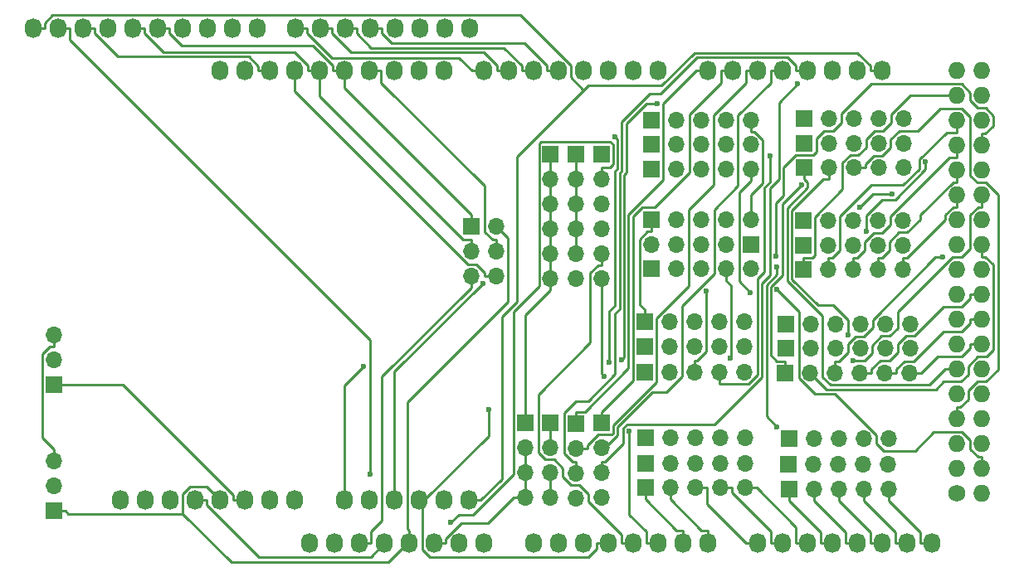
<source format=gbr>
G04 #@! TF.FileFunction,Copper,L2,Bot,Signal*
%FSLAX46Y46*%
G04 Gerber Fmt 4.6, Leading zero omitted, Abs format (unit mm)*
G04 Created by KiCad (PCBNEW 4.0.6) date 06/23/17 17:57:28*
%MOMM*%
%LPD*%
G01*
G04 APERTURE LIST*
%ADD10C,0.100000*%
%ADD11C,1.727200*%
%ADD12O,1.727200X1.727200*%
%ADD13O,1.727200X2.032000*%
%ADD14R,1.700000X1.700000*%
%ADD15O,1.700000X1.700000*%
%ADD16C,0.600000*%
%ADD17C,0.250000*%
G04 APERTURE END LIST*
D10*
D11*
X197358000Y-114046000D03*
D12*
X199898000Y-114046000D03*
X197358000Y-111506000D03*
X199898000Y-111506000D03*
X197358000Y-108966000D03*
X199898000Y-108966000D03*
X197358000Y-106426000D03*
X199898000Y-106426000D03*
X197358000Y-103886000D03*
X199898000Y-103886000D03*
X197358000Y-101346000D03*
X199898000Y-101346000D03*
X197358000Y-98806000D03*
X199898000Y-98806000D03*
X197358000Y-96266000D03*
X199898000Y-96266000D03*
X197358000Y-93726000D03*
X199898000Y-93726000D03*
X197358000Y-91186000D03*
X199898000Y-91186000D03*
X197358000Y-88646000D03*
X199898000Y-88646000D03*
X197358000Y-86106000D03*
X199898000Y-86106000D03*
X197358000Y-83566000D03*
X199898000Y-83566000D03*
X197358000Y-81026000D03*
X199898000Y-81026000D03*
X197358000Y-78486000D03*
X199898000Y-78486000D03*
X197358000Y-75946000D03*
X199898000Y-75946000D03*
X197358000Y-73406000D03*
X199898000Y-73406000D03*
X197358000Y-70866000D03*
X199898000Y-70866000D03*
D13*
X131318000Y-119126000D03*
X133858000Y-119126000D03*
X136398000Y-119126000D03*
X138938000Y-119126000D03*
X141478000Y-119126000D03*
X144018000Y-119126000D03*
X146558000Y-119126000D03*
X149098000Y-119126000D03*
X154178000Y-119126000D03*
X156718000Y-119126000D03*
X159258000Y-119126000D03*
X161798000Y-119126000D03*
X164338000Y-119126000D03*
X166878000Y-119126000D03*
X169418000Y-119126000D03*
X171958000Y-119126000D03*
X177038000Y-119126000D03*
X179578000Y-119126000D03*
X182118000Y-119126000D03*
X184658000Y-119126000D03*
X187198000Y-119126000D03*
X189738000Y-119126000D03*
X192278000Y-119126000D03*
X194818000Y-119126000D03*
X122174000Y-70866000D03*
X124714000Y-70866000D03*
X127254000Y-70866000D03*
X129794000Y-70866000D03*
X132334000Y-70866000D03*
X134874000Y-70866000D03*
X137414000Y-70866000D03*
X139954000Y-70866000D03*
X142494000Y-70866000D03*
X145034000Y-70866000D03*
X149098000Y-70866000D03*
X151638000Y-70866000D03*
X154178000Y-70866000D03*
X156718000Y-70866000D03*
X159258000Y-70866000D03*
X161798000Y-70866000D03*
X164338000Y-70866000D03*
X166878000Y-70866000D03*
X171958000Y-70866000D03*
X174498000Y-70866000D03*
X177038000Y-70866000D03*
X179578000Y-70866000D03*
X182118000Y-70866000D03*
X184658000Y-70866000D03*
X187198000Y-70866000D03*
X189738000Y-70866000D03*
X112020000Y-114700000D03*
X114560000Y-114700000D03*
X117100000Y-114700000D03*
X119640000Y-114700000D03*
X122180000Y-114700000D03*
X124720000Y-114700000D03*
X127260000Y-114700000D03*
X129800000Y-114700000D03*
X134900000Y-114700000D03*
X137440000Y-114700000D03*
X139980000Y-114700000D03*
X142520000Y-114700000D03*
X145060000Y-114700000D03*
X147600000Y-114700000D03*
X103080000Y-66500000D03*
X105620000Y-66500000D03*
X108160000Y-66500000D03*
X110700000Y-66500000D03*
X113240000Y-66500000D03*
X115780000Y-66500000D03*
X118320000Y-66500000D03*
X120860000Y-66500000D03*
X123400000Y-66500000D03*
X125940000Y-66500000D03*
X129860000Y-66500000D03*
X132400000Y-66500000D03*
X134940000Y-66500000D03*
X137480000Y-66500000D03*
X140020000Y-66500000D03*
X142560000Y-66500000D03*
X145100000Y-66500000D03*
X147640000Y-66500000D03*
D14*
X165610000Y-113450000D03*
D15*
X168150000Y-113450000D03*
X170690000Y-113450000D03*
X173230000Y-113450000D03*
X175770000Y-113450000D03*
D14*
X180210000Y-113550000D03*
D15*
X182750000Y-113550000D03*
X185290000Y-113550000D03*
X187830000Y-113550000D03*
X190370000Y-113550000D03*
D14*
X165480000Y-101650000D03*
D15*
X168020000Y-101650000D03*
X170560000Y-101650000D03*
X173100000Y-101650000D03*
X175640000Y-101650000D03*
D14*
X179860000Y-101700000D03*
D15*
X182400000Y-101700000D03*
X184940000Y-101700000D03*
X187480000Y-101700000D03*
X190020000Y-101700000D03*
X192560000Y-101700000D03*
D14*
X166150000Y-91100000D03*
D15*
X168690000Y-91100000D03*
X171230000Y-91100000D03*
X173770000Y-91100000D03*
X176310000Y-91100000D03*
D14*
X181720000Y-91150000D03*
D15*
X184260000Y-91150000D03*
X186800000Y-91150000D03*
X189340000Y-91150000D03*
X191880000Y-91150000D03*
D14*
X166200000Y-80900000D03*
D15*
X168740000Y-80900000D03*
X171280000Y-80900000D03*
X173820000Y-80900000D03*
X176360000Y-80900000D03*
D14*
X181810000Y-80750000D03*
D15*
X184350000Y-80750000D03*
X186890000Y-80750000D03*
X189430000Y-80750000D03*
X191970000Y-80750000D03*
D14*
X165590000Y-110950000D03*
D15*
X168130000Y-110950000D03*
X170670000Y-110950000D03*
X173210000Y-110950000D03*
X175750000Y-110950000D03*
D14*
X180190000Y-111050000D03*
D15*
X182730000Y-111050000D03*
X185270000Y-111050000D03*
X187810000Y-111050000D03*
X190350000Y-111050000D03*
D14*
X165520000Y-99050000D03*
D15*
X168060000Y-99050000D03*
X170600000Y-99050000D03*
X173140000Y-99050000D03*
X175680000Y-99050000D03*
D14*
X179880000Y-99200000D03*
D15*
X182420000Y-99200000D03*
X184960000Y-99200000D03*
X187500000Y-99200000D03*
X190040000Y-99200000D03*
X192580000Y-99200000D03*
D14*
X176310000Y-88600000D03*
D15*
X173770000Y-88600000D03*
X171230000Y-88600000D03*
X168690000Y-88600000D03*
X166150000Y-88600000D03*
D14*
X181700000Y-88650000D03*
D15*
X184240000Y-88650000D03*
X186780000Y-88650000D03*
X189320000Y-88650000D03*
X191860000Y-88650000D03*
D14*
X181750000Y-78250000D03*
D15*
X184290000Y-78250000D03*
X186830000Y-78250000D03*
X189370000Y-78250000D03*
X191910000Y-78250000D03*
D14*
X166200000Y-78400000D03*
D15*
X168740000Y-78400000D03*
X171280000Y-78400000D03*
X173820000Y-78400000D03*
X176360000Y-78400000D03*
D14*
X165610000Y-108350000D03*
D15*
X168150000Y-108350000D03*
X170690000Y-108350000D03*
X173230000Y-108350000D03*
X175770000Y-108350000D03*
D14*
X180250000Y-108450000D03*
D15*
X182790000Y-108450000D03*
X185330000Y-108450000D03*
X187870000Y-108450000D03*
X190410000Y-108450000D03*
D14*
X165520000Y-96450000D03*
D15*
X168060000Y-96450000D03*
X170600000Y-96450000D03*
X173140000Y-96450000D03*
X175680000Y-96450000D03*
D14*
X179880000Y-96700000D03*
D15*
X182420000Y-96700000D03*
X184960000Y-96700000D03*
X187500000Y-96700000D03*
X190040000Y-96700000D03*
X192580000Y-96700000D03*
D14*
X166150000Y-86100000D03*
D15*
X168690000Y-86100000D03*
X171230000Y-86100000D03*
X173770000Y-86100000D03*
X176310000Y-86100000D03*
D14*
X181700000Y-86150000D03*
D15*
X184240000Y-86150000D03*
X186780000Y-86150000D03*
X189320000Y-86150000D03*
X191860000Y-86150000D03*
D14*
X181750000Y-75750000D03*
D15*
X184290000Y-75750000D03*
X186830000Y-75750000D03*
X189370000Y-75750000D03*
X191910000Y-75750000D03*
D14*
X166200000Y-75900000D03*
D15*
X168740000Y-75900000D03*
X171280000Y-75900000D03*
X173820000Y-75900000D03*
X176360000Y-75900000D03*
D14*
X105200000Y-115790000D03*
D15*
X105200000Y-113250000D03*
X105200000Y-110710000D03*
D14*
X105200000Y-102900000D03*
D15*
X105200000Y-100360000D03*
X105200000Y-97820000D03*
D14*
X147810000Y-86750000D03*
D15*
X150350000Y-86750000D03*
X147810000Y-89290000D03*
X150350000Y-89290000D03*
X147810000Y-91830000D03*
X150350000Y-91830000D03*
D14*
X153284000Y-106804000D03*
D15*
X153284000Y-109344000D03*
X153284000Y-111884000D03*
X153284000Y-114424000D03*
D14*
X155884000Y-106844000D03*
D15*
X155884000Y-109384000D03*
X155884000Y-111924000D03*
X155884000Y-114464000D03*
D14*
X158484000Y-106864000D03*
D15*
X158484000Y-109404000D03*
X158484000Y-111944000D03*
X158484000Y-114484000D03*
D14*
X161084000Y-106844000D03*
D15*
X161084000Y-109384000D03*
X161084000Y-111924000D03*
X161084000Y-114464000D03*
D14*
X161100000Y-79380000D03*
D15*
X161100000Y-81920000D03*
X161100000Y-84460000D03*
X161100000Y-87000000D03*
X161100000Y-89540000D03*
X161100000Y-92080000D03*
D14*
X158500000Y-79380000D03*
D15*
X158500000Y-81920000D03*
X158500000Y-84460000D03*
X158500000Y-87000000D03*
X158500000Y-89540000D03*
X158500000Y-92080000D03*
D14*
X155900000Y-79350000D03*
D15*
X155900000Y-81890000D03*
X155900000Y-84430000D03*
X155900000Y-86970000D03*
X155900000Y-89510000D03*
X155900000Y-92050000D03*
D16*
X187422200Y-84816800D03*
X190782800Y-83399600D03*
X178995400Y-93203400D03*
X174240200Y-100233900D03*
X136848500Y-101032700D03*
X145687300Y-117003300D03*
X149002400Y-92548500D03*
X149563100Y-105437500D03*
X161377500Y-102068500D03*
X163935200Y-107615800D03*
X137482700Y-112082000D03*
X163175700Y-100372900D03*
X166772700Y-74192600D03*
X161857800Y-100586100D03*
X162472600Y-77627300D03*
X171768100Y-93341400D03*
X178890400Y-89801400D03*
X178306000Y-79557600D03*
X186805500Y-100436300D03*
X181519100Y-82539000D03*
X176252800Y-93474000D03*
X186269400Y-97814400D03*
X178982000Y-107230900D03*
X178984000Y-90922300D03*
X188134600Y-87248700D03*
X194159900Y-80171300D03*
X195923200Y-89916000D03*
X181060400Y-72219700D03*
D17*
X153284000Y-111884000D02*
X153284000Y-109344000D01*
X155900000Y-92050000D02*
X155900000Y-89510000D01*
X155900000Y-89510000D02*
X155900000Y-86970000D01*
X155900000Y-86970000D02*
X155900000Y-84430000D01*
X155900000Y-84430000D02*
X155900000Y-81890000D01*
X155900000Y-81890000D02*
X155900000Y-79350000D01*
X176310000Y-86100000D02*
X176310000Y-84924700D01*
X176360000Y-75900000D02*
X176360000Y-77075300D01*
X155900000Y-92050000D02*
X155900000Y-93225300D01*
X153284000Y-106804000D02*
X153284000Y-105628700D01*
X129794000Y-72937700D02*
X129794000Y-70866000D01*
X147511000Y-90654700D02*
X129794000Y-72937700D01*
X148366800Y-90654700D02*
X147511000Y-90654700D01*
X149174700Y-91462600D02*
X148366800Y-90654700D01*
X149174700Y-91830000D02*
X149174700Y-91462600D01*
X150350000Y-91830000D02*
X149174700Y-91830000D01*
X176310000Y-83561600D02*
X176310000Y-84924700D01*
X177550500Y-82321100D02*
X176310000Y-83561600D01*
X177550500Y-77900500D02*
X177550500Y-82321100D01*
X176725300Y-77075300D02*
X177550500Y-77900500D01*
X176360000Y-77075300D02*
X176725300Y-77075300D01*
X164974600Y-94729300D02*
X165520000Y-95274700D01*
X164974600Y-88083400D02*
X164974600Y-94729300D01*
X165782700Y-87275300D02*
X164974600Y-88083400D01*
X166150000Y-87275300D02*
X165782700Y-87275300D01*
X166150000Y-86100000D02*
X166150000Y-87275300D01*
X165520000Y-96450000D02*
X165520000Y-95274700D01*
X153284000Y-95841300D02*
X155900000Y-93225300D01*
X153284000Y-105628700D02*
X153284000Y-95841300D01*
X144018000Y-119126000D02*
X145206900Y-119126000D01*
X153284000Y-111884000D02*
X153284000Y-114424000D01*
X145206900Y-118634400D02*
X145206900Y-119126000D01*
X146797000Y-117044300D02*
X145206900Y-118634400D01*
X149488400Y-117044300D02*
X146797000Y-117044300D01*
X152108700Y-114424000D02*
X149488400Y-117044300D01*
X153284000Y-114424000D02*
X152108700Y-114424000D01*
X112251200Y-102900000D02*
X105200000Y-102900000D01*
X123531100Y-114179900D02*
X112251200Y-102900000D01*
X123531100Y-114700000D02*
X123531100Y-114179900D01*
X124720000Y-114700000D02*
X123531100Y-114700000D01*
X196986400Y-84754900D02*
X197358000Y-84754900D01*
X196169100Y-85572200D02*
X196986400Y-84754900D01*
X196169100Y-86052900D02*
X196169100Y-85572200D01*
X192247300Y-89974700D02*
X196169100Y-86052900D01*
X191880000Y-89974700D02*
X192247300Y-89974700D01*
X191880000Y-91150000D02*
X191880000Y-89974700D01*
X197358000Y-83566000D02*
X197358000Y-84754900D01*
X188839400Y-83399600D02*
X190782800Y-83399600D01*
X187422200Y-84816800D02*
X188839400Y-83399600D01*
X187167400Y-89974700D02*
X186800000Y-89974700D01*
X187975300Y-89166800D02*
X187167400Y-89974700D01*
X187975300Y-88325400D02*
X187975300Y-89166800D01*
X188924500Y-87376200D02*
X187975300Y-88325400D01*
X189758000Y-87376200D02*
X188924500Y-87376200D01*
X190590000Y-86544200D02*
X189758000Y-87376200D01*
X190590000Y-85699800D02*
X190590000Y-86544200D01*
X196614900Y-79674900D02*
X190590000Y-85699800D01*
X197358000Y-79674900D02*
X196614900Y-79674900D01*
X197358000Y-78486000D02*
X197358000Y-79674900D01*
X186800000Y-91150000D02*
X186800000Y-89974700D01*
X189340000Y-91150000D02*
X189340000Y-89974700D01*
X197358000Y-81026000D02*
X197358000Y-82214900D01*
X189707400Y-89974700D02*
X189340000Y-89974700D01*
X190515300Y-89166800D02*
X189707400Y-89974700D01*
X190515300Y-88319200D02*
X190515300Y-89166800D01*
X191458500Y-87376000D02*
X190515300Y-88319200D01*
X192309400Y-87376000D02*
X191458500Y-87376000D01*
X193616100Y-86069300D02*
X192309400Y-87376000D01*
X193616100Y-85578600D02*
X193616100Y-86069300D01*
X196979800Y-82214900D02*
X193616100Y-85578600D01*
X197358000Y-82214900D02*
X196979800Y-82214900D01*
X196304000Y-77134900D02*
X197358000Y-77134900D01*
X193523600Y-79915300D02*
X196304000Y-77134900D01*
X193523600Y-80860000D02*
X193523600Y-79915300D01*
X191845600Y-82538000D02*
X193523600Y-80860000D01*
X188664500Y-82538000D02*
X191845600Y-82538000D01*
X185435300Y-85767200D02*
X188664500Y-82538000D01*
X185435300Y-89166800D02*
X185435300Y-85767200D01*
X184627400Y-89974700D02*
X185435300Y-89166800D01*
X184260000Y-89974700D02*
X184627400Y-89974700D01*
X184260000Y-91150000D02*
X184260000Y-89974700D01*
X197358000Y-75946000D02*
X197358000Y-77134900D01*
X199526400Y-110317100D02*
X199898000Y-110317100D01*
X198709100Y-109499800D02*
X199526400Y-110317100D01*
X198709100Y-108613800D02*
X198709100Y-109499800D01*
X197872300Y-107777000D02*
X198709100Y-108613800D01*
X194999400Y-107777000D02*
X197872300Y-107777000D01*
X193111500Y-109664900D02*
X194999400Y-107777000D01*
X189866100Y-109664900D02*
X193111500Y-109664900D01*
X189140000Y-108938800D02*
X189866100Y-109664900D01*
X189140000Y-108055800D02*
X189140000Y-108938800D01*
X184916900Y-103832700D02*
X189140000Y-108055800D01*
X182863100Y-103832700D02*
X184916900Y-103832700D01*
X181224300Y-102193900D02*
X182863100Y-103832700D01*
X181224300Y-95432300D02*
X181224300Y-102193900D01*
X178995400Y-93203400D02*
X181224300Y-95432300D01*
X199898000Y-111506000D02*
X199898000Y-110317100D01*
X192584300Y-73406000D02*
X197358000Y-73406000D01*
X190640000Y-75350300D02*
X192584300Y-73406000D01*
X190640000Y-76144200D02*
X190640000Y-75350300D01*
X189784000Y-77000200D02*
X190640000Y-76144200D01*
X188941500Y-77000200D02*
X189784000Y-77000200D01*
X188100000Y-77841700D02*
X188941500Y-77000200D01*
X188100000Y-78655900D02*
X188100000Y-77841700D01*
X187285900Y-79470000D02*
X188100000Y-78655900D01*
X186470300Y-79470000D02*
X187285900Y-79470000D01*
X185694600Y-80245700D02*
X186470300Y-79470000D01*
X185694600Y-82969400D02*
X185694600Y-80245700D01*
X182875400Y-85788600D02*
X185694600Y-82969400D01*
X182875400Y-89685900D02*
X182875400Y-85788600D01*
X182586600Y-89974700D02*
X182875400Y-89685900D01*
X181720000Y-89974700D02*
X182586600Y-89974700D01*
X181720000Y-91150000D02*
X181720000Y-89974700D01*
X174315400Y-100158700D02*
X174240200Y-100233900D01*
X174315400Y-92820700D02*
X174315400Y-100158700D01*
X173770000Y-92275300D02*
X174315400Y-92820700D01*
X173770000Y-91100000D02*
X173770000Y-92275300D01*
X141307000Y-117613700D02*
X141478000Y-117784700D01*
X141307000Y-104662400D02*
X141307000Y-117613700D01*
X151526600Y-94442800D02*
X141307000Y-104662400D01*
X151526600Y-87926600D02*
X151526600Y-94442800D01*
X150350000Y-86750000D02*
X151526600Y-87926600D01*
X141478000Y-119126000D02*
X141478000Y-118935300D01*
X141478000Y-118935300D02*
X141478000Y-117784700D01*
X105200000Y-115790000D02*
X106375300Y-115790000D01*
X106665800Y-116080500D02*
X106375300Y-115790000D01*
X118370000Y-116080500D02*
X106665800Y-116080500D01*
X123316000Y-121026500D02*
X118370000Y-116080500D01*
X139386800Y-121026500D02*
X123316000Y-121026500D01*
X141478000Y-118935300D02*
X139386800Y-121026500D01*
X120793900Y-113313900D02*
X122180000Y-114700000D01*
X119143500Y-113313900D02*
X120793900Y-113313900D01*
X118370000Y-114087400D02*
X119143500Y-113313900D01*
X118370000Y-116080500D02*
X118370000Y-114087400D01*
X137586900Y-117937100D02*
X137586900Y-119126000D01*
X138710000Y-116814000D02*
X137586900Y-117937100D01*
X138710000Y-102105300D02*
X138710000Y-116814000D01*
X147810000Y-93005300D02*
X138710000Y-102105300D01*
X147810000Y-91830000D02*
X147810000Y-93005300D01*
X136398000Y-119126000D02*
X137586900Y-119126000D01*
X134900000Y-102981200D02*
X136848500Y-101032700D01*
X134900000Y-114700000D02*
X134900000Y-102981200D01*
X161100000Y-81920000D02*
X161100000Y-80744700D01*
X161936900Y-80744700D02*
X161100000Y-80744700D01*
X162284000Y-80397600D02*
X161936900Y-80744700D01*
X162284000Y-78399700D02*
X162284000Y-80397600D01*
X161990700Y-78106400D02*
X162284000Y-78399700D01*
X154891000Y-78106400D02*
X161990700Y-78106400D01*
X154724600Y-78272800D02*
X154891000Y-78106400D01*
X154724600Y-92836900D02*
X154724600Y-78272800D01*
X152108600Y-95452900D02*
X154724600Y-92836900D01*
X152108600Y-112025300D02*
X152108600Y-95452900D01*
X147961600Y-116172300D02*
X152108600Y-112025300D01*
X146518300Y-116172300D02*
X147961600Y-116172300D01*
X145687300Y-117003300D02*
X146518300Y-116172300D01*
X139980000Y-101570900D02*
X149002400Y-92548500D01*
X139980000Y-114700000D02*
X139980000Y-101570900D01*
X142520000Y-114700000D02*
X143032400Y-114700000D01*
X160609100Y-119646100D02*
X160609100Y-119126000D01*
X159752100Y-120503100D02*
X160609100Y-119646100D01*
X143554700Y-120503100D02*
X159752100Y-120503100D01*
X142819100Y-119767500D02*
X143554700Y-120503100D01*
X142819100Y-114913300D02*
X142819100Y-119767500D01*
X143032400Y-114700000D02*
X142819100Y-114913300D01*
X161798000Y-119126000D02*
X160609100Y-119126000D01*
X149563100Y-108169300D02*
X143032400Y-114700000D01*
X149563100Y-105437500D02*
X149563100Y-108169300D01*
X163149100Y-118223300D02*
X163149100Y-119126000D01*
X159794000Y-114868200D02*
X163149100Y-118223300D01*
X159794000Y-114118500D02*
X159794000Y-114868200D01*
X158794900Y-113119400D02*
X159794000Y-114118500D01*
X157992300Y-113119400D02*
X158794900Y-113119400D01*
X157174000Y-112301100D02*
X157992300Y-113119400D01*
X157174000Y-111482700D02*
X157174000Y-112301100D01*
X156250700Y-110559400D02*
X157174000Y-111482700D01*
X155375800Y-110559400D02*
X156250700Y-110559400D01*
X154658600Y-109842200D02*
X155375800Y-110559400D01*
X154658600Y-103896300D02*
X154658600Y-109842200D01*
X159924700Y-98630200D02*
X154658600Y-103896300D01*
X159924700Y-91523200D02*
X159924700Y-98630200D01*
X160732600Y-90715300D02*
X159924700Y-91523200D01*
X161100000Y-90715300D02*
X160732600Y-90715300D01*
X161100000Y-89540000D02*
X161100000Y-90715300D01*
X164338000Y-119126000D02*
X163149100Y-119126000D01*
X161100000Y-101791000D02*
X161377500Y-102068500D01*
X161100000Y-93255300D02*
X161100000Y-101791000D01*
X165689100Y-117937100D02*
X165689100Y-119126000D01*
X163935200Y-116183200D02*
X165689100Y-117937100D01*
X163935200Y-107615800D02*
X163935200Y-116183200D01*
X166878000Y-119126000D02*
X165689100Y-119126000D01*
X161100000Y-92080000D02*
X161100000Y-93255300D01*
X168769400Y-117784700D02*
X169418000Y-117784700D01*
X165610000Y-114625300D02*
X168769400Y-117784700D01*
X165610000Y-113450000D02*
X165610000Y-114625300D01*
X169418000Y-119126000D02*
X169418000Y-117784700D01*
X171309400Y-117784700D02*
X171958000Y-117784700D01*
X168150000Y-114625300D02*
X171309400Y-117784700D01*
X168150000Y-113450000D02*
X168150000Y-114625300D01*
X171958000Y-119126000D02*
X171958000Y-117784700D01*
X171865300Y-115142200D02*
X175849100Y-119126000D01*
X171865300Y-113450000D02*
X171865300Y-115142200D01*
X170690000Y-113450000D02*
X171865300Y-113450000D01*
X177038000Y-119126000D02*
X175849100Y-119126000D01*
X178389100Y-117937100D02*
X178389100Y-119126000D01*
X174405300Y-113953300D02*
X178389100Y-117937100D01*
X174405300Y-113450000D02*
X174405300Y-113953300D01*
X173230000Y-113450000D02*
X174405300Y-113450000D01*
X179578000Y-119126000D02*
X178389100Y-119126000D01*
X180929100Y-117433800D02*
X180929100Y-119126000D01*
X176945300Y-113450000D02*
X180929100Y-117433800D01*
X175770000Y-113450000D02*
X176945300Y-113450000D01*
X182118000Y-119126000D02*
X180929100Y-119126000D01*
X183469100Y-117984400D02*
X183469100Y-119126000D01*
X180210000Y-114725300D02*
X183469100Y-117984400D01*
X180210000Y-113550000D02*
X180210000Y-114725300D01*
X184658000Y-119126000D02*
X183469100Y-119126000D01*
X186009100Y-117984400D02*
X186009100Y-119126000D01*
X182750000Y-114725300D02*
X186009100Y-117984400D01*
X182750000Y-113550000D02*
X182750000Y-114725300D01*
X187198000Y-119126000D02*
X186009100Y-119126000D01*
X188549100Y-117984400D02*
X188549100Y-119126000D01*
X185290000Y-114725300D02*
X188549100Y-117984400D01*
X185290000Y-113550000D02*
X185290000Y-114725300D01*
X189738000Y-119126000D02*
X188549100Y-119126000D01*
X191089100Y-117984400D02*
X191089100Y-119126000D01*
X187830000Y-114725300D02*
X191089100Y-117984400D01*
X187830000Y-113550000D02*
X187830000Y-114725300D01*
X192278000Y-119126000D02*
X191089100Y-119126000D01*
X193629100Y-117984400D02*
X193629100Y-119126000D01*
X190370000Y-114725300D02*
X193629100Y-117984400D01*
X190370000Y-113550000D02*
X190370000Y-114725300D01*
X194818000Y-119126000D02*
X193629100Y-119126000D01*
X126065100Y-70383200D02*
X126065100Y-70866000D01*
X125093200Y-69411300D02*
X126065100Y-70383200D01*
X111740100Y-69411300D02*
X125093200Y-69411300D01*
X109348900Y-67020100D02*
X111740100Y-69411300D01*
X109348900Y-66500000D02*
X109348900Y-67020100D01*
X108160000Y-66500000D02*
X109348900Y-66500000D01*
X127254000Y-70866000D02*
X126065100Y-70866000D01*
X146567700Y-69524600D02*
X147909100Y-70866000D01*
X133572300Y-69524600D02*
X146567700Y-69524600D01*
X131048900Y-67001200D02*
X133572300Y-69524600D01*
X131048900Y-66500000D02*
X131048900Y-67001200D01*
X129860000Y-66500000D02*
X131048900Y-66500000D01*
X149098000Y-70866000D02*
X147909100Y-70866000D01*
X132400000Y-66500000D02*
X133588900Y-66500000D01*
X151638000Y-70866000D02*
X150449100Y-70866000D01*
X133588900Y-67020100D02*
X133588900Y-66500000D01*
X135522500Y-68953700D02*
X133588900Y-67020100D01*
X149056900Y-68953700D02*
X135522500Y-68953700D01*
X150449100Y-70345900D02*
X149056900Y-68953700D01*
X150449100Y-70866000D02*
X150449100Y-70345900D01*
X152989100Y-70345900D02*
X152989100Y-70866000D01*
X151146600Y-68503400D02*
X152989100Y-70345900D01*
X137612200Y-68503400D02*
X151146600Y-68503400D01*
X136128900Y-67020100D02*
X137612200Y-68503400D01*
X136128900Y-66500000D02*
X136128900Y-67020100D01*
X134940000Y-66500000D02*
X136128900Y-66500000D01*
X154178000Y-70866000D02*
X152989100Y-70866000D01*
X155529100Y-70345900D02*
X155529100Y-70866000D01*
X153230300Y-68047100D02*
X155529100Y-70345900D01*
X139695900Y-68047100D02*
X153230300Y-68047100D01*
X138668900Y-67020100D02*
X139695900Y-68047100D01*
X138668900Y-66500000D02*
X138668900Y-67020100D01*
X137480000Y-66500000D02*
X138668900Y-66500000D01*
X156718000Y-70866000D02*
X155529100Y-70866000D01*
X119640000Y-114700000D02*
X120828900Y-114700000D01*
X120828900Y-115220100D02*
X120828900Y-114700000D01*
X126125900Y-120517100D02*
X120828900Y-115220100D01*
X137546900Y-120517100D02*
X126125900Y-120517100D01*
X138938000Y-119126000D02*
X137546900Y-120517100D01*
X106808900Y-67688900D02*
X106808900Y-66500000D01*
X137482700Y-98362700D02*
X106808900Y-67688900D01*
X137482700Y-112082000D02*
X137482700Y-98362700D01*
X105620000Y-66500000D02*
X106808900Y-66500000D01*
X147600000Y-114700000D02*
X148788900Y-114700000D01*
X189738000Y-70866000D02*
X188549100Y-70866000D01*
X157988000Y-71517500D02*
X159291100Y-72820600D01*
X157988000Y-70288600D02*
X157988000Y-71517500D01*
X152855300Y-65155900D02*
X157988000Y-70288600D01*
X105092900Y-65155900D02*
X152855300Y-65155900D01*
X104268900Y-65979900D02*
X105092900Y-65155900D01*
X104268900Y-66500000D02*
X104268900Y-65979900D01*
X103080000Y-66500000D02*
X104268900Y-66500000D01*
X159741400Y-72370300D02*
X159291100Y-72820600D01*
X167245700Y-72370300D02*
X159741400Y-72370300D01*
X170605400Y-69010600D02*
X167245700Y-72370300D01*
X187213800Y-69010600D02*
X170605400Y-69010600D01*
X188549100Y-70345900D02*
X187213800Y-69010600D01*
X188549100Y-70866000D02*
X188549100Y-70345900D01*
X152479200Y-79632500D02*
X159291100Y-72820600D01*
X152479200Y-94445400D02*
X152479200Y-79632500D01*
X150943900Y-95980700D02*
X152479200Y-94445400D01*
X150943900Y-112545000D02*
X150943900Y-95980700D01*
X148788900Y-114700000D02*
X150943900Y-112545000D01*
X113240000Y-66500000D02*
X114428900Y-66500000D01*
X114428900Y-67020100D02*
X114428900Y-66500000D01*
X116369700Y-68960900D02*
X114428900Y-67020100D01*
X129760100Y-68960900D02*
X116369700Y-68960900D01*
X131145100Y-70345900D02*
X129760100Y-68960900D01*
X131145100Y-70866000D02*
X131145100Y-70345900D01*
X132334000Y-70866000D02*
X131145100Y-70866000D01*
X132334000Y-73446700D02*
X132334000Y-70866000D01*
X147002000Y-88114700D02*
X132334000Y-73446700D01*
X147810000Y-88114700D02*
X147002000Y-88114700D01*
X147810000Y-89290000D02*
X147810000Y-88114700D01*
X115780000Y-66500000D02*
X116968900Y-66500000D01*
X134874000Y-70866000D02*
X133685100Y-70866000D01*
X133685100Y-70345900D02*
X133685100Y-70866000D01*
X131624800Y-68285600D02*
X133685100Y-70345900D01*
X118234400Y-68285600D02*
X131624800Y-68285600D01*
X116968900Y-67020100D02*
X118234400Y-68285600D01*
X116968900Y-66500000D02*
X116968900Y-67020100D01*
X134874000Y-72638700D02*
X134874000Y-70866000D01*
X147810000Y-85574700D02*
X134874000Y-72638700D01*
X147810000Y-86750000D02*
X147810000Y-85574700D01*
X138602900Y-72054900D02*
X138602900Y-70866000D01*
X149174700Y-82626700D02*
X138602900Y-72054900D01*
X149174700Y-87306800D02*
X149174700Y-82626700D01*
X149982600Y-88114700D02*
X149174700Y-87306800D01*
X150350000Y-88114700D02*
X149982600Y-88114700D01*
X150350000Y-89290000D02*
X150350000Y-88114700D01*
X137414000Y-70866000D02*
X138602900Y-70866000D01*
X165713100Y-74192600D02*
X166772700Y-74192600D01*
X163634900Y-76270800D02*
X165713100Y-74192600D01*
X163634900Y-81236400D02*
X163634900Y-76270800D01*
X163401000Y-81470300D02*
X163634900Y-81236400D01*
X163401000Y-100147600D02*
X163401000Y-81470300D01*
X163175700Y-100372900D02*
X163401000Y-100147600D01*
X161857800Y-95432900D02*
X161857800Y-100586100D01*
X162500400Y-94790300D02*
X161857800Y-95432900D01*
X162500400Y-81097100D02*
X162500400Y-94790300D01*
X162734300Y-80863200D02*
X162500400Y-81097100D01*
X162734300Y-77889000D02*
X162734300Y-80863200D01*
X162472600Y-77627300D02*
X162734300Y-77889000D01*
X200269600Y-77297100D02*
X199898000Y-77297100D01*
X201086900Y-76479800D02*
X200269600Y-77297100D01*
X201086900Y-75442200D02*
X201086900Y-76479800D01*
X200320700Y-74676000D02*
X201086900Y-75442200D01*
X199485600Y-74676000D02*
X200320700Y-74676000D01*
X198708800Y-73899200D02*
X199485600Y-74676000D01*
X198708800Y-73071000D02*
X198708800Y-73899200D01*
X197854800Y-72217000D02*
X198708800Y-73071000D01*
X188609500Y-72217000D02*
X197854800Y-72217000D01*
X185560000Y-75266500D02*
X188609500Y-72217000D01*
X185560000Y-76170900D02*
X185560000Y-75266500D01*
X184730900Y-77000000D02*
X185560000Y-76170900D01*
X183804200Y-77000000D02*
X184730900Y-77000000D01*
X183000000Y-77804200D02*
X183804200Y-77000000D01*
X183000000Y-79160100D02*
X183000000Y-77804200D01*
X182734800Y-79425300D02*
X183000000Y-79160100D01*
X180949200Y-79425300D02*
X182734800Y-79425300D01*
X179645300Y-80729200D02*
X180949200Y-79425300D01*
X179645300Y-83638100D02*
X179645300Y-80729200D01*
X178890400Y-84393000D02*
X179645300Y-83638100D01*
X178890400Y-89801400D02*
X178890400Y-84393000D01*
X171818700Y-93392000D02*
X171768100Y-93341400D01*
X171818700Y-99509800D02*
X171818700Y-93392000D01*
X170853800Y-100474700D02*
X171818700Y-99509800D01*
X170560000Y-100474700D02*
X170853800Y-100474700D01*
X170560000Y-101650000D02*
X170560000Y-100474700D01*
X199898000Y-78486000D02*
X199898000Y-77297100D01*
X173100000Y-101650000D02*
X173100000Y-102825300D01*
X176130900Y-102825300D02*
X173100000Y-102825300D01*
X177019200Y-101937000D02*
X176130900Y-102825300D01*
X177019200Y-92104700D02*
X177019200Y-101937000D01*
X177703200Y-91420700D02*
X177019200Y-92104700D01*
X177703200Y-82805300D02*
X177703200Y-91420700D01*
X178306000Y-82202500D02*
X177703200Y-82805300D01*
X178306000Y-79557600D02*
X178306000Y-82202500D01*
X199898000Y-83566000D02*
X199898000Y-84754900D01*
X199526400Y-84754900D02*
X199898000Y-84754900D01*
X198709100Y-85572200D02*
X199526400Y-84754900D01*
X198709100Y-89023400D02*
X198709100Y-85572200D01*
X197897500Y-89835000D02*
X198709100Y-89023400D01*
X196958100Y-89835000D02*
X197897500Y-89835000D01*
X191310000Y-95483100D02*
X196958100Y-89835000D01*
X191310000Y-97120900D02*
X191310000Y-95483100D01*
X190480900Y-97950000D02*
X191310000Y-97120900D01*
X189616900Y-97950000D02*
X190480900Y-97950000D01*
X188675400Y-98891500D02*
X189616900Y-97950000D01*
X188675400Y-99721300D02*
X188675400Y-98891500D01*
X187960400Y-100436300D02*
X188675400Y-99721300D01*
X186805500Y-100436300D02*
X187960400Y-100436300D01*
X179860000Y-101700000D02*
X179860000Y-100524700D01*
X178993400Y-100524700D02*
X179860000Y-100524700D01*
X178370100Y-99901400D02*
X178993400Y-100524700D01*
X178370100Y-92944400D02*
X178370100Y-99901400D01*
X179609900Y-91704600D02*
X178370100Y-92944400D01*
X179609900Y-84448200D02*
X179609900Y-91704600D01*
X181519100Y-82539000D02*
X179609900Y-84448200D01*
X200269600Y-89834900D02*
X199898000Y-89834900D01*
X201086900Y-90652200D02*
X200269600Y-89834900D01*
X201086900Y-99375500D02*
X201086900Y-90652200D01*
X200386400Y-100076000D02*
X201086900Y-99375500D01*
X199485600Y-100076000D02*
X200386400Y-100076000D01*
X198547000Y-101014600D02*
X199485600Y-100076000D01*
X198547000Y-101855600D02*
X198547000Y-101014600D01*
X197786600Y-102616000D02*
X198547000Y-101855600D01*
X196016000Y-102616000D02*
X197786600Y-102616000D01*
X195249700Y-103382300D02*
X196016000Y-102616000D01*
X184082300Y-103382300D02*
X195249700Y-103382300D01*
X182400000Y-101700000D02*
X184082300Y-103382300D01*
X199898000Y-88646000D02*
X199898000Y-89834900D01*
X198709100Y-94097600D02*
X198709100Y-93726000D01*
X197891800Y-94914900D02*
X198709100Y-94097600D01*
X196032200Y-94914900D02*
X197891800Y-94914900D01*
X192997100Y-97950000D02*
X196032200Y-94914900D01*
X192165800Y-97950000D02*
X192997100Y-97950000D01*
X191358500Y-98757300D02*
X192165800Y-97950000D01*
X191358500Y-99577400D02*
X191358500Y-98757300D01*
X190475900Y-100460000D02*
X191358500Y-99577400D01*
X189521500Y-100460000D02*
X190475900Y-100460000D01*
X188655300Y-101326200D02*
X189521500Y-100460000D01*
X188655300Y-101700000D02*
X188655300Y-101326200D01*
X187480000Y-101700000D02*
X188655300Y-101700000D01*
X199898000Y-93726000D02*
X198709100Y-93726000D01*
X198709100Y-96637600D02*
X198709100Y-96266000D01*
X197891800Y-97454900D02*
X198709100Y-96637600D01*
X196021600Y-97454900D02*
X197891800Y-97454900D01*
X192951800Y-100524700D02*
X196021600Y-97454900D01*
X192003200Y-100524700D02*
X192951800Y-100524700D01*
X191195300Y-101332600D02*
X192003200Y-100524700D01*
X191195300Y-101700000D02*
X191195300Y-101332600D01*
X190020000Y-101700000D02*
X191195300Y-101700000D01*
X199898000Y-96266000D02*
X198709100Y-96266000D01*
X195416100Y-100019200D02*
X193735300Y-101700000D01*
X197867400Y-100019200D02*
X195416100Y-100019200D01*
X198709100Y-99177500D02*
X197867400Y-100019200D01*
X198709100Y-98806000D02*
X198709100Y-99177500D01*
X199898000Y-98806000D02*
X198709100Y-98806000D01*
X192560000Y-101700000D02*
X193735300Y-101700000D01*
X175129100Y-92350300D02*
X176252800Y-93474000D01*
X175129100Y-83306200D02*
X175129100Y-92350300D01*
X176360000Y-82075300D02*
X175129100Y-83306200D01*
X176360000Y-80900000D02*
X176360000Y-82075300D01*
X181810000Y-80750000D02*
X181810000Y-81925300D01*
X197358000Y-101346000D02*
X196169100Y-101346000D01*
X182144400Y-82259700D02*
X181810000Y-81925300D01*
X182144400Y-82798100D02*
X182144400Y-82259700D01*
X180060200Y-84882300D02*
X182144400Y-82798100D01*
X180060200Y-92306100D02*
X180060200Y-84882300D01*
X183670000Y-95915900D02*
X180060200Y-92306100D01*
X183670000Y-102132600D02*
X183670000Y-95915900D01*
X184469300Y-102931900D02*
X183670000Y-102132600D01*
X194583200Y-102931900D02*
X184469300Y-102931900D01*
X196169100Y-101346000D02*
X194583200Y-102931900D01*
X186269400Y-96308800D02*
X186269400Y-97814400D01*
X184740000Y-94779400D02*
X186269400Y-96308800D01*
X183170400Y-94779400D02*
X184740000Y-94779400D01*
X180524600Y-92133600D02*
X183170400Y-94779400D01*
X180524600Y-85141800D02*
X180524600Y-92133600D01*
X183741100Y-81925300D02*
X180524600Y-85141800D01*
X184350000Y-81925300D02*
X183741100Y-81925300D01*
X184350000Y-80750000D02*
X184350000Y-81925300D01*
X188065300Y-80382600D02*
X188065300Y-80750000D01*
X188873200Y-79574700D02*
X188065300Y-80382600D01*
X189733200Y-79574700D02*
X188873200Y-79574700D01*
X190616600Y-78691300D02*
X189733200Y-79574700D01*
X190616600Y-77852500D02*
X190616600Y-78691300D01*
X191469100Y-77000000D02*
X190616600Y-77852500D01*
X193369600Y-77000000D02*
X191469100Y-77000000D01*
X195637600Y-74732000D02*
X193369600Y-77000000D01*
X197884700Y-74732000D02*
X195637600Y-74732000D01*
X198709000Y-75556300D02*
X197884700Y-74732000D01*
X198709000Y-81540300D02*
X198709000Y-75556300D01*
X199464700Y-82296000D02*
X198709000Y-81540300D01*
X200337800Y-82296000D02*
X199464700Y-82296000D01*
X201585100Y-83543300D02*
X200337800Y-82296000D01*
X201585100Y-101372700D02*
X201585100Y-83543300D01*
X200341800Y-102616000D02*
X201585100Y-101372700D01*
X199475200Y-102616000D02*
X200341800Y-102616000D01*
X198546900Y-103544300D02*
X199475200Y-102616000D01*
X198546900Y-104419800D02*
X198546900Y-103544300D01*
X197729600Y-105237100D02*
X198546900Y-104419800D01*
X197358000Y-105237100D02*
X197729600Y-105237100D01*
X197358000Y-106426000D02*
X197358000Y-105237100D01*
X186890000Y-80750000D02*
X188065300Y-80750000D01*
X194159900Y-80923300D02*
X194159900Y-80171300D01*
X191058300Y-84024900D02*
X194159900Y-80923300D01*
X189750700Y-84024900D02*
X191058300Y-84024900D01*
X188134600Y-85641000D02*
X189750700Y-84024900D01*
X188134600Y-87248700D02*
X188134600Y-85641000D01*
X177919800Y-106168700D02*
X178982000Y-107230900D01*
X177919800Y-92757800D02*
X177919800Y-106168700D01*
X178984000Y-91693600D02*
X177919800Y-92757800D01*
X178984000Y-90922300D02*
X178984000Y-91693600D01*
X195127800Y-89916000D02*
X195923200Y-89916000D01*
X188770000Y-96273800D02*
X195127800Y-89916000D01*
X188770000Y-97094200D02*
X188770000Y-96273800D01*
X187839600Y-98024600D02*
X188770000Y-97094200D01*
X186990100Y-98024600D02*
X187839600Y-98024600D01*
X186230000Y-98784700D02*
X186990100Y-98024600D01*
X186230000Y-99602000D02*
X186230000Y-98784700D01*
X185307300Y-100524700D02*
X186230000Y-99602000D01*
X184940000Y-100524700D02*
X185307300Y-100524700D01*
X184940000Y-101700000D02*
X184940000Y-100524700D01*
X158484000Y-106864000D02*
X158484000Y-105688700D01*
X171958000Y-70866000D02*
X170769100Y-70866000D01*
X167398000Y-74237100D02*
X170769100Y-70866000D01*
X167398000Y-81982400D02*
X167398000Y-74237100D01*
X163851300Y-85529100D02*
X167398000Y-81982400D01*
X163851300Y-101218600D02*
X163851300Y-85529100D01*
X159381200Y-105688700D02*
X163851300Y-101218600D01*
X158484000Y-105688700D02*
X159381200Y-105688700D01*
X174498000Y-70866000D02*
X173309100Y-70866000D01*
X161084000Y-106844000D02*
X161084000Y-105668700D01*
X173309100Y-72054900D02*
X173309100Y-70866000D01*
X170084600Y-75279400D02*
X173309100Y-72054900D01*
X170084600Y-81230300D02*
X170084600Y-75279400D01*
X166550700Y-84764200D02*
X170084600Y-81230300D01*
X165268300Y-84764200D02*
X166550700Y-84764200D01*
X164301600Y-85730900D02*
X165268300Y-84764200D01*
X164301600Y-102451100D02*
X164301600Y-85730900D01*
X161084000Y-105668700D02*
X164301600Y-102451100D01*
X175849100Y-72054900D02*
X175849100Y-70866000D01*
X172550000Y-75354000D02*
X175849100Y-72054900D01*
X172550000Y-82494700D02*
X172550000Y-75354000D01*
X169960000Y-85084700D02*
X172550000Y-82494700D01*
X169960000Y-92872600D02*
X169960000Y-85084700D01*
X166695400Y-96137200D02*
X169960000Y-92872600D01*
X166695400Y-102632800D02*
X166695400Y-96137200D01*
X162259400Y-107068800D02*
X166695400Y-102632800D01*
X162259400Y-107873700D02*
X162259400Y-107068800D01*
X162113700Y-108019400D02*
X162259400Y-107873700D01*
X160750100Y-108019400D02*
X162113700Y-108019400D01*
X159659300Y-109110200D02*
X160750100Y-108019400D01*
X159659300Y-109404000D02*
X159659300Y-109110200D01*
X158484000Y-109404000D02*
X159659300Y-109404000D01*
X177038000Y-70866000D02*
X175849100Y-70866000D01*
X179578000Y-70866000D02*
X178389100Y-70866000D01*
X161433900Y-109384000D02*
X161084000Y-109384000D01*
X162709800Y-108108100D02*
X161433900Y-109384000D01*
X162709800Y-107255300D02*
X162709800Y-108108100D01*
X166284700Y-103680400D02*
X162709800Y-107255300D01*
X167712100Y-103680400D02*
X166284700Y-103680400D01*
X169313600Y-102078900D02*
X167712100Y-103680400D01*
X169313600Y-94855800D02*
X169313600Y-102078900D01*
X172584200Y-91585200D02*
X169313600Y-94855800D01*
X172584200Y-85049100D02*
X172584200Y-91585200D01*
X175024100Y-82609200D02*
X172584200Y-85049100D01*
X175024100Y-75419900D02*
X175024100Y-82609200D01*
X178389100Y-72054900D02*
X175024100Y-75419900D01*
X178389100Y-70866000D02*
X178389100Y-72054900D01*
X182118000Y-70866000D02*
X180929100Y-70866000D01*
X158484000Y-111944000D02*
X158484000Y-110768700D01*
X180929100Y-70345900D02*
X180929100Y-70866000D01*
X180067100Y-69483900D02*
X180929100Y-70345900D01*
X170833200Y-69483900D02*
X180067100Y-69483900D01*
X167096400Y-73220700D02*
X170833200Y-69483900D01*
X166022800Y-73220700D02*
X167096400Y-73220700D01*
X163184600Y-76058900D02*
X166022800Y-73220700D01*
X163184600Y-81049800D02*
X163184600Y-76058900D01*
X162950700Y-81283700D02*
X163184600Y-81049800D01*
X162950700Y-95201900D02*
X162950700Y-81283700D01*
X162500400Y-95652200D02*
X162950700Y-95201900D01*
X162500400Y-101853000D02*
X162500400Y-95652200D01*
X159747900Y-104605500D02*
X162500400Y-101853000D01*
X158511800Y-104605500D02*
X159747900Y-104605500D01*
X157308700Y-105808600D02*
X158511800Y-104605500D01*
X157308700Y-109960800D02*
X157308700Y-105808600D01*
X158116600Y-110768700D02*
X157308700Y-109960800D01*
X158484000Y-110768700D02*
X158116600Y-110768700D01*
X161084000Y-111924000D02*
X161084000Y-110748700D01*
X161469600Y-110748700D02*
X161084000Y-110748700D01*
X163309900Y-108908400D02*
X161469600Y-110748700D01*
X163309900Y-107356800D02*
X163309900Y-108908400D01*
X163712800Y-106953900D02*
X163309900Y-107356800D01*
X172639200Y-106953900D02*
X163712800Y-106953900D01*
X177469500Y-102123600D02*
X172639200Y-106953900D01*
X177469500Y-92571200D02*
X177469500Y-102123600D01*
X178265100Y-91775600D02*
X177469500Y-92571200D01*
X178265100Y-82880300D02*
X178265100Y-91775600D01*
X179194900Y-81950500D02*
X178265100Y-82880300D01*
X179194900Y-74085200D02*
X179194900Y-81950500D01*
X181060400Y-72219700D02*
X179194900Y-74085200D01*
X104024700Y-108359400D02*
X105200000Y-109534700D01*
X104024700Y-99803300D02*
X104024700Y-108359400D01*
X104832700Y-98995300D02*
X104024700Y-99803300D01*
X105200000Y-98995300D02*
X104832700Y-98995300D01*
X105200000Y-97820000D02*
X105200000Y-98995300D01*
X105200000Y-110710000D02*
X105200000Y-109534700D01*
X155884000Y-114464000D02*
X155884000Y-111924000D01*
X155884000Y-109384000D02*
X155884000Y-106844000D01*
X158500000Y-87000000D02*
X158500000Y-84460000D01*
X158500000Y-84460000D02*
X158500000Y-81920000D01*
X158500000Y-81920000D02*
X158500000Y-79380000D01*
X158500000Y-87000000D02*
X158500000Y-89540000D01*
M02*

</source>
